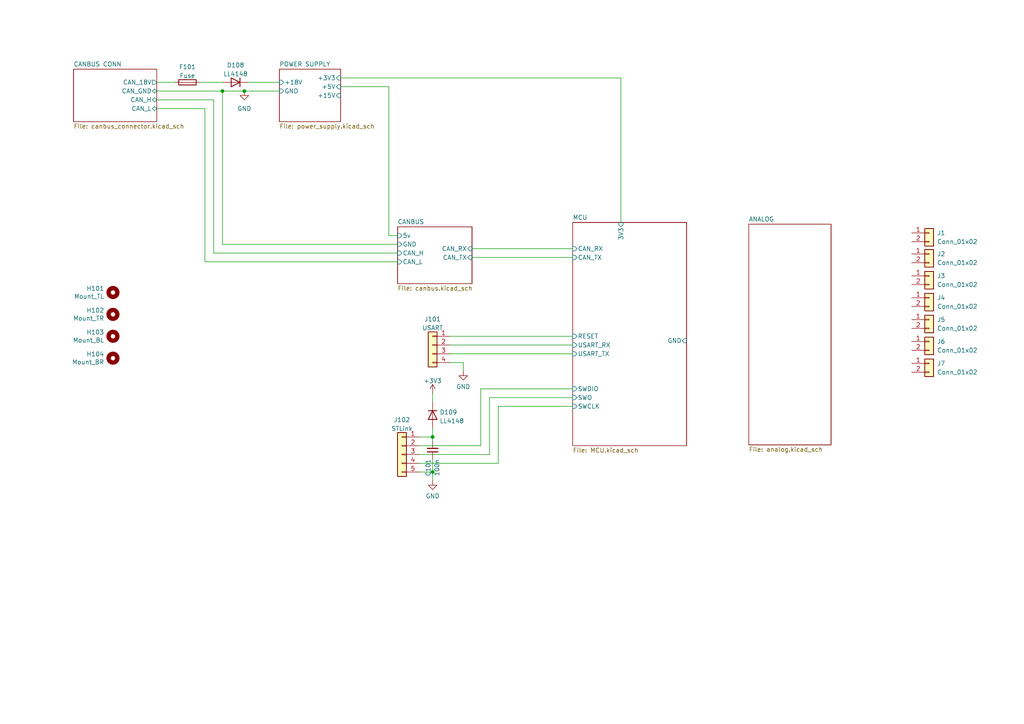
<source format=kicad_sch>
(kicad_sch (version 20250114) (generator "eeschema") (generator_version "9.0")
  (paper "A4")
  (lib_symbols
    (symbol "Connector_Generic:Conn_01x02" (pin_names (offset 1.016) (hide yes))
      (property "Reference" "J" (at 0 2.54 0))
      (property "Value" "Conn_01x02" (at 0 -5.08 0))
      (symbol "Conn_01x02_1_1"
        (rectangle (start -1.27 1.27) (end 1.27 -3.81) (stroke (width 0.254)) (fill (type background)))
        (rectangle (start -1.27 0.127) (end 0 -0.127) (stroke (width 0.1524)))
        (rectangle (start -1.27 -2.413) (end 0 -2.667) (stroke (width 0.1524)))
        (pin passive line (at -5.08 0 0) (length 3.81) (name "Pin_1") (number "1"))
        (pin passive line (at -5.08 -2.54 0) (length 3.81) (name "Pin_2") (number "2"))
      )
    )
    (symbol "Connector_Generic:Conn_01x04" (pin_names (offset 1.016) (hide yes))
      (property "Reference" "J" (at 0 5.08 0))
      (property "Value" "Conn_01x04" (at 0 -7.62 0))
      (symbol "Conn_01x04_1_1"
        (rectangle (start -1.27 3.81) (end 1.27 -6.35) (stroke (width 0.254)) (fill (type background)))
        (rectangle (start -1.27 2.667) (end 0 2.413) (stroke (width 0.1524)))
        (rectangle (start -1.27 0.127) (end 0 -0.127) (stroke (width 0.1524)))
        (rectangle (start -1.27 -2.413) (end 0 -2.667) (stroke (width 0.1524)))
        (rectangle (start -1.27 -4.953) (end 0 -5.207) (stroke (width 0.1524)))
        (pin passive line (at -5.08 2.54 0) (length 3.81) (name "Pin_1") (number "1"))
        (pin passive line (at -5.08 0 0) (length 3.81) (name "Pin_2") (number "2"))
        (pin passive line (at -5.08 -2.54 0) (length 3.81) (name "Pin_3") (number "3"))
        (pin passive line (at -5.08 -5.08 0) (length 3.81) (name "Pin_4") (number "4"))
      )
    )
    (symbol "Connector_Generic:Conn_01x05" (pin_names (offset 1.016) (hide yes))
      (property "Reference" "J" (at 0 7.62 0))
      (property "Value" "Conn_01x05" (at 0 -7.62 0))
      (symbol "Conn_01x05_1_1"
        (rectangle (start -1.27 6.35) (end 1.27 -6.35) (stroke (width 0.254)) (fill (type background)))
        (rectangle (start -1.27 5.207) (end 0 4.953) (stroke (width 0.1524)))
        (rectangle (start -1.27 2.667) (end 0 2.413) (stroke (width 0.1524)))
        (rectangle (start -1.27 0.127) (end 0 -0.127) (stroke (width 0.1524)))
        (rectangle (start -1.27 -2.413) (end 0 -2.667) (stroke (width 0.1524)))
        (rectangle (start -1.27 -4.953) (end 0 -5.207) (stroke (width 0.1524)))
        (pin passive line (at -5.08 5.08 0) (length 3.81) (name "Pin_1") (number "1"))
        (pin passive line (at -5.08 2.54 0) (length 3.81) (name "Pin_2") (number "2"))
        (pin passive line (at -5.08 0 0) (length 3.81) (name "Pin_3") (number "3"))
        (pin passive line (at -5.08 -2.54 0) (length 3.81) (name "Pin_4") (number "4"))
        (pin passive line (at -5.08 -5.08 0) (length 3.81) (name "Pin_5") (number "5"))
      )
    )
    (symbol "Device:C_Small" (pin_numbers (hide yes)) (pin_names (offset 0.254) (hide yes))
      (property "Reference" "C" (at 0.254 1.778 0))
      (property "Value" "C_Small" (at 0.254 -2.032 0))
      (symbol "C_Small_0_1"
        (polyline (pts (xy -1.524 0.508) (xy 1.524 0.508)) (stroke (width 0.3048)))
        (polyline (pts (xy -1.524 -0.508) (xy 1.524 -0.508)) (stroke (width 0.3302)))
      )
      (symbol "C_Small_1_1"
        (pin passive line (at 0 2.54 270) (length 2.032) (name "~") (number "1"))
        (pin passive line (at 0 -2.54 90) (length 2.032) (name "~") (number "2"))
      )
    )
    (symbol "Device:Fuse" (pin_numbers (hide yes)) (pin_names (offset 0))
      (property "Reference" "F" (at 2.032 0 90))
      (property "Value" "Fuse" (at -1.905 0 90))
      (symbol "Fuse_0_1"
        (rectangle (start -0.762 -2.54) (end 0.762 2.54) (stroke (width 0.254)))
        (polyline (pts (xy 0 2.54) (xy 0 -2.54)))
      )
      (symbol "Fuse_1_1"
        (pin passive line (at 0 3.81 270) (length 1.27) (name "~") (number "1"))
        (pin passive line (at 0 -3.81 90) (length 1.27) (name "~") (number "2"))
      )
    )
    (symbol "Diode:LL4148" (pin_numbers (hide yes)) (pin_names (offset 1.016) (hide yes))
      (property "Reference" "D" (at 0 2.54 0))
      (property "Value" "LL4148" (at 0 -2.54 0))
      (symbol "LL4148_0_1"
        (polyline (pts (xy -1.27 1.27) (xy -1.27 -1.27)) (stroke (width 0.254)))
        (polyline (pts (xy 1.27 1.27) (xy 1.27 -1.27) (xy -1.27 0) (xy 1.27 1.27)) (stroke (width 0.254)))
        (polyline (pts (xy 1.27 0) (xy -1.27 0)))
      )
      (symbol "LL4148_1_1"
        (pin passive line (at -3.81 0 0) (length 2.54) (name "K") (number "1"))
        (pin passive line (at 3.81 0 180) (length 2.54) (name "A") (number "2"))
      )
    )
    (symbol "Mechanical:MountingHole" (pin_names (offset 1.016))
      (property "Reference" "H" (at 0 5.08 0))
      (property "Value" "MountingHole" (at 0 3.175 0))
      (symbol "MountingHole_0_1"
        (circle (center 0 0) (radius 1.27) (stroke (width 1.27)))
      )
    )
    (symbol "power:+3.3V" (power) (pin_names (offset 0))
      (property "Value" "+3.3V" (at 0 3.556 0))
      (symbol "+3.3V_0_1"
        (polyline (pts (xy -0.762 1.27) (xy 0 2.54)))
        (polyline (pts (xy 0 2.54) (xy 0.762 1.27)))
        (polyline (pts (xy 0 0) (xy 0 2.54)))
      )
      (symbol "+3.3V_1_1"
        (pin power_in line (at 0 0 90) (length 0) (hide yes) (name "+3V3") (number "1"))
      )
    )
    (symbol "power:GND" (power) (pin_numbers (hide yes)) (pin_names (offset 0) (hide yes))
      (property "Value" "GND" (at 0 -3.81 0))
      (symbol "GND_0_1"
        (polyline (pts (xy 0 0) (xy 0 -1.27) (xy 1.27 -1.27) (xy 0 -2.54) (xy -1.27 -1.27) (xy 0 -1.27)))
      )
      (symbol "GND_1_1"
        (pin power_in line (at 0 0 270) (length 0) (name "~") (number "1"))
      )
    )
  )
  (junction (at 125.476 136.906))
  (junction (at 70.866 26.416))
  (junction (at 125.476 126.746))
  (junction (at 64.516 26.416))
  (wire (pts (xy 125.476 124.206) (xy 125.476 126.746)))
  (wire (pts (xy 125.476 133.096) (xy 125.476 136.906)))
  (wire (pts (xy 130.556 102.616) (xy 166.116 102.616)))
  (wire (pts (xy 121.666 136.906) (xy 125.476 136.906)))
  (wire (pts (xy 64.516 26.416) (xy 70.866 26.416)))
  (wire (pts (xy 61.976 28.956) (xy 45.466 28.956)))
  (wire (pts (xy 115.316 68.326) (xy 112.776 68.326)))
  (wire (pts (xy 64.516 70.866) (xy 64.516 26.416)))
  (wire (pts (xy 112.776 25.146) (xy 98.806 25.146)))
  (wire (pts (xy 180.086 64.516) (xy 180.086 22.606)))
  (wire (pts (xy 139.446 112.776) (xy 139.446 129.286)))
  (wire (pts (xy 59.436 31.496) (xy 45.466 31.496)))
  (wire (pts (xy 144.526 117.856) (xy 166.116 117.856)))
  (wire (pts (xy 180.086 22.606) (xy 98.806 22.606)))
  (wire (pts (xy 130.556 100.076) (xy 166.116 100.076)))
  (wire (pts (xy 70.866 26.416) (xy 81.026 26.416)))
  (wire (pts (xy 130.556 97.536) (xy 166.116 97.536)))
  (wire (pts (xy 115.316 70.866) (xy 64.516 70.866)))
  (wire (pts (xy 59.436 75.946) (xy 59.436 31.496)))
  (wire (pts (xy 121.666 126.746) (xy 125.476 126.746)))
  (wire (pts (xy 139.446 129.286) (xy 121.666 129.286)))
  (wire (pts (xy 136.906 74.676) (xy 166.116 74.676)))
  (wire (pts (xy 125.476 126.746) (xy 125.476 128.016)))
  (wire (pts (xy 50.546 23.876) (xy 45.466 23.876)))
  (wire (pts (xy 115.316 75.946) (xy 59.436 75.946)))
  (wire (pts (xy 121.666 134.366) (xy 144.526 134.366)))
  (wire (pts (xy 141.986 131.826) (xy 121.666 131.826)))
  (wire (pts (xy 125.476 114.046) (xy 125.476 116.586)))
  (wire (pts (xy 134.366 105.156) (xy 134.366 107.696)))
  (wire (pts (xy 144.526 117.856) (xy 144.526 134.366)))
  (wire (pts (xy 139.446 112.776) (xy 166.116 112.776)))
  (wire (pts (xy 61.976 73.406) (xy 61.976 28.956)))
  (wire (pts (xy 45.466 26.416) (xy 64.516 26.416)))
  (wire (pts (xy 136.906 72.136) (xy 166.116 72.136)))
  (wire (pts (xy 125.476 136.906) (xy 125.476 139.446)))
  (wire (pts (xy 58.166 23.876) (xy 64.516 23.876)))
  (wire (pts (xy 130.556 105.156) (xy 134.366 105.156)))
  (wire (pts (xy 72.136 23.876) (xy 81.026 23.876)))
  (wire (pts (xy 166.116 115.316) (xy 141.986 115.316)))
  (wire (pts (xy 115.316 73.406) (xy 61.976 73.406)))
  (wire (pts (xy 112.776 68.326) (xy 112.776 25.146)))
  (wire (pts (xy 141.986 115.316) (xy 141.986 131.826)))
  (symbol (lib_id "Mechanical:MountingHole") (at 32.766 84.836 0) (mirror y) (unit 1)
    (property "Reference" "H101" (at 30.226 83.6676 0) (effects (justify left)))
    (property "Value" "Mount_TL" (at 30.226 85.979 0) (effects (justify left)))
    (property "Footprint" "MountingHole:MountingHole_3.2mm_M3" (effects (hide yes)))
  )
  (symbol (lib_id "Mechanical:MountingHole") (at 32.766 91.186 0) (mirror y) (unit 1)
    (property "Reference" "H102" (at 30.226 90.0176 0) (effects (justify left)))
    (property "Value" "Mount_TR" (at 30.226 92.329 0) (effects (justify left)))
    (property "Footprint" "MountingHole:MountingHole_3.2mm_M3" (effects (hide yes)))
  )
  (symbol (lib_id "Mechanical:MountingHole") (at 32.766 97.536 0) (mirror y) (unit 1)
    (property "Reference" "H103" (at 30.226 96.3676 0) (effects (justify left)))
    (property "Value" "Mount_BL" (at 30.226 98.679 0) (effects (justify left)))
    (property "Footprint" "MountingHole:MountingHole_3.2mm_M3" (effects (hide yes)))
  )
  (symbol (lib_id "Mechanical:MountingHole") (at 32.766 103.886 0) (mirror y) (unit 1)
    (property "Reference" "H104" (at 30.226 102.7176 0) (effects (justify left)))
    (property "Value" "Mount_BR" (at 30.226 105.029 0) (effects (justify left)))
    (property "Footprint" "MountingHole:MountingHole_3.2mm_M3" (effects (hide yes)))
  )
  (symbol (lib_id "power:GND") (at 134.366 107.696 0) (unit 1)
    (property "Reference" "#PWR0103" (effects (hide yes)))
    (property "Value" "GND" (at 134.366 112.1394 0))
  )
  (symbol (lib_id "Connector_Generic:Conn_01x02") (at 269.494 67.564 0) (unit 1)
    (property "Reference" "J1" (at 271.78 67.5639 0) (effects (justify left)))
    (property "Value" "Conn_01x02" (at 271.78 70.1039 0) (effects (justify left)))
    (property "Description" "Generic connector, single row, 01x02, script generated (kicad-library-utils/schlib/autogen/connector/)" (effects (hide yes)))
  )
  (symbol (lib_id "Connector_Generic:Conn_01x02") (at 269.494 92.71 0) (unit 1)
    (property "Reference" "J5" (at 271.78 92.7099 0) (effects (justify left)))
    (property "Value" "Conn_01x02" (at 271.78 95.2499 0) (effects (justify left)))
    (property "Description" "Generic connector, single row, 01x02, script generated (kicad-library-utils/schlib/autogen/connector/)" (effects (hide yes)))
  )
  (symbol (lib_id "Connector_Generic:Conn_01x02") (at 269.494 73.66 0) (unit 1)
    (property "Reference" "J2" (at 271.78 73.6599 0) (effects (justify left)))
    (property "Value" "Conn_01x02" (at 271.78 76.1999 0) (effects (justify left)))
    (property "Description" "Generic connector, single row, 01x02, script generated (kicad-library-utils/schlib/autogen/connector/)" (effects (hide yes)))
  )
  (symbol (lib_id "power:GND") (at 125.476 139.446 0) (unit 1)
    (property "Reference" "#PWR0105" (effects (hide yes)))
    (property "Value" "GND" (at 125.476 143.8894 0))
  )
  (symbol (lib_id "power:GND") (at 70.866 26.416 0) (unit 1)
    (property "Reference" "#PWR01" (effects (hide yes)))
    (property "Value" "GND" (at 70.866 31.496 0))
    (property "Description" "Power symbol creates a global label with name \"GND\" , ground" (effects (hide yes)))
  )
  (symbol (lib_id "Connector_Generic:Conn_01x02") (at 269.494 86.36 0) (unit 1)
    (property "Reference" "J4" (at 271.78 86.3599 0) (effects (justify left)))
    (property "Value" "Conn_01x02" (at 271.78 88.8999 0) (effects (justify left)))
    (property "Description" "Generic connector, single row, 01x02, script generated (kicad-library-utils/schlib/autogen/connector/)" (effects (hide yes)))
  )
  (symbol (lib_id "Diode:LL4148") (at 125.476 120.396 270) (unit 1)
    (property "Reference" "D109" (at 127.508 119.5613 90) (effects (justify left)))
    (property "Value" "LL4148" (at 127.508 122.0982 90) (effects (justify left)))
    (property "Footprint" "Diode_SMD:D_MiniMELF" (effects (hide yes)))
    (property "Datasheet" "http://www.vishay.com/docs/85557/ll4148.pdf" (effects (hide yes)))
  )
  (symbol (lib_id "Diode:LL4148") (at 68.326 23.876 180) (unit 1)
    (property "Reference" "D108" (at 68.326 18.9062 0))
    (property "Value" "LL4148" (at 68.326 21.4431 0))
    (property "Footprint" "Diode_SMD:D_MiniMELF" (effects (hide yes)))
    (property "Datasheet" "http://www.vishay.com/docs/85557/ll4148.pdf" (effects (hide yes)))
  )
  (symbol (lib_id "Connector_Generic:Conn_01x04") (at 125.476 100.076 0) (mirror y) (unit 1)
    (property "Reference" "J101" (at 125.476 92.5662 0))
    (property "Value" "USART" (at 125.476 95.1031 0))
    (property "Footprint" "Connector_PinHeader_2.54mm:PinHeader_1x04_P2.54mm_Vertical_SMD_Pin1Left" (effects (hide yes)))
  )
  (symbol (lib_id "Connector_Generic:Conn_01x02") (at 269.494 80.01 0) (unit 1)
    (property "Reference" "J3" (at 271.78 80.0099 0) (effects (justify left)))
    (property "Value" "Conn_01x02" (at 271.78 82.5499 0) (effects (justify left)))
    (property "Description" "Generic connector, single row, 01x02, script generated (kicad-library-utils/schlib/autogen/connector/)" (effects (hide yes)))
  )
  (symbol (lib_id "Connector_Generic:Conn_01x05") (at 116.586 131.826 0) (mirror y) (unit 1)
    (property "Reference" "J102" (at 116.586 121.7762 0))
    (property "Value" "STLink" (at 116.586 124.3131 0))
    (property "Footprint" "Connector_PinHeader_2.54mm:PinHeader_1x05_P2.54mm_Vertical_SMD_Pin1Left" (effects (hide yes)))
  )
  (symbol (lib_id "Device:Fuse") (at 54.356 23.876 90) (unit 1)
    (property "Reference" "F101" (at 54.356 19.4142 90))
    (property "Value" "Fuse" (at 54.356 21.9511 90))
    (property "Footprint" "Fuse:Fuse_1812_4532Metric_Pad1.30x3.40mm_HandSolder" (effects (hide yes)))
  )
  (symbol (lib_id "power:+3.3V") (at 125.476 114.046 0) (unit 1)
    (property "Reference" "#PWR0104" (effects (hide yes)))
    (property "Value" "+3V3" (at 125.476 110.4702 0))
  )
  (symbol (lib_id "Connector_Generic:Conn_01x02") (at 269.494 99.06 0) (unit 1)
    (property "Reference" "J6" (at 271.78 99.0599 0) (effects (justify left)))
    (property "Value" "Conn_01x02" (at 271.78 101.5999 0) (effects (justify left)))
    (property "Description" "Generic connector, single row, 01x02, script generated (kicad-library-utils/schlib/autogen/connector/)" (effects (hide yes)))
  )
  (symbol (lib_id "Device:C_Small") (at 125.476 130.556 0) (mirror x) (unit 1)
    (property "Reference" "C101" (at 124.206 135.636 90))
    (property "Value" "100n" (at 126.746 135.636 90))
    (property "Footprint" "Capacitor_SMD:C_0603_1608Metric_Pad1.08x0.95mm_HandSolder" (effects (hide yes)))
  )
  (symbol (lib_id "Connector_Generic:Conn_01x02") (at 269.494 105.41 0) (unit 1)
    (property "Reference" "J7" (at 271.78 105.4099 0) (effects (justify left)))
    (property "Value" "Conn_01x02" (at 271.78 107.9499 0) (effects (justify left)))
    (property "Description" "Generic connector, single row, 01x02, script generated (kicad-library-utils/schlib/autogen/connector/)" (effects (hide yes)))
  )
  (sheet (at 115.316 65.786) (size 21.59 16.51) (stroke (width 0.1524))
    (property "Sheetname" "CANBUS" (at 115.316 65.0744 0) (effects (justify left bottom)))
    (property "Sheetfile" "canbus.kicad_sch" (at 115.316 82.8806 0) (effects (justify left top)))
    (pin "5v" input (at 115.316 68.326 180))
    (pin "CAN_H" input (at 115.316 73.406 180))
    (pin "CAN_L" input (at 115.316 75.946 180))
    (pin "CAN_RX" input (at 136.906 72.136 0))
    (pin "CAN_TX" input (at 136.906 74.676 0))
    (pin "GND" input (at 115.316 70.866 180))
  )
  (sheet (at 166.116 64.516) (size 33.02 64.77) (stroke (width 0.1524))
    (property "Sheetname" "MCU" (at 166.116 63.8044 0) (effects (justify left bottom)))
    (property "Sheetfile" "MCU.kicad_sch" (at 166.116 129.8706 0) (effects (justify left top)))
    (pin "CAN_RX" input (at 166.116 72.136 180))
    (pin "CAN_TX" input (at 166.116 74.676 180))
    (pin "RESET" input (at 166.116 97.536 180))
    (pin "SWCLK" input (at 166.116 117.856 180))
    (pin "SWDIO" input (at 166.116 112.776 180))
    (pin "SWO" input (at 166.116 115.316 180))
    (pin "USART_RX" input (at 166.116 100.076 180))
    (pin "USART_TX" input (at 166.116 102.616 180))
    (pin "GND" input (at 199.136 98.806 0))
    (pin "3V3" input (at 180.086 64.516 90))
  )
  (sheet (at 81.026 20.066) (size 17.78 15.24) (stroke (width 0.1524))
    (property "Sheetname" "POWER SUPPLY" (at 81.026 19.3544 0) (effects (justify left bottom)))
    (property "Sheetfile" "power_supply.kicad_sch" (at 81.026 35.8906 0) (effects (justify left top)))
    (pin "+3V3" input (at 98.806 22.606 0))
    (pin "+5V" input (at 98.806 25.146 0))
    (pin "+15V" input (at 98.806 27.686 0))
    (pin "+18V" input (at 81.026 23.876 180))
    (pin "GND" input (at 81.026 26.416 180))
  )
  (sheet (at 21.336 20.066) (size 24.13 15.24) (stroke (width 0.1524))
    (property "Sheetname" "CANBUS CONN" (at 21.336 19.3544 0) (effects (justify left bottom)))
    (property "Sheetfile" "canbus_connector.kicad_sch" (at 21.336 35.8906 0) (effects (justify left top)))
    (pin "CAN_18V" output (at 45.466 23.876 0))
    (pin "CAN_GND" bidirectional (at 45.466 26.416 0))
    (pin "CAN_H" bidirectional (at 45.466 28.956 0))
    (pin "CAN_L" bidirectional (at 45.466 31.496 0))
  )
  (sheet (at 217.17 65.024) (size 23.876 64.008) (stroke (width 0.1524))
    (property "Sheetname" "ANALOG" (at 217.17 64.3124 0) (effects (justify left bottom)))
    (property "Sheetfile" "analog.kicad_sch" (at 217.17 129.6166 0) (effects (justify left top)))
  )
)
</source>
